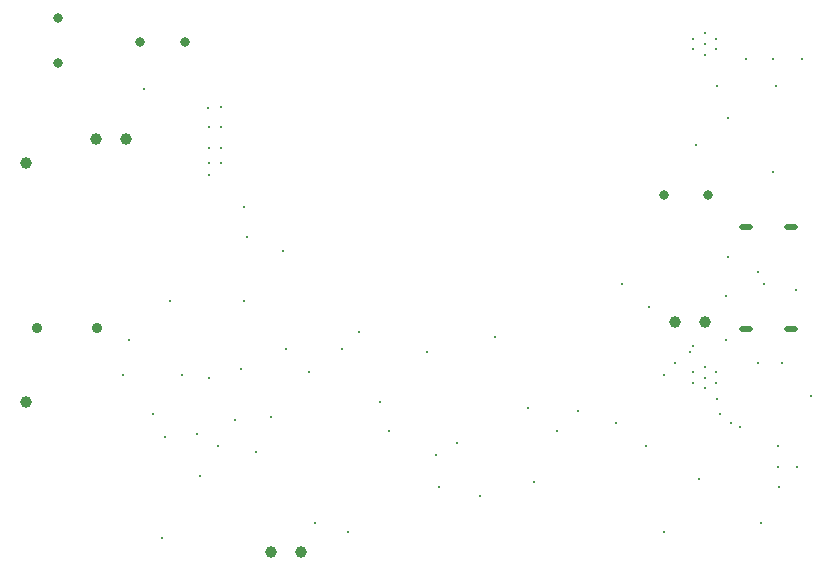
<source format=gbr>
%TF.GenerationSoftware,KiCad,Pcbnew,9.0.5*%
%TF.CreationDate,2025-10-24T12:46:37+03:00*%
%TF.ProjectId,40W SMPS,34305720-534d-4505-932e-6b696361645f,rev?*%
%TF.SameCoordinates,Original*%
%TF.FileFunction,Plated,1,2,PTH,Mixed*%
%TF.FilePolarity,Positive*%
%FSLAX46Y46*%
G04 Gerber Fmt 4.6, Leading zero omitted, Abs format (unit mm)*
G04 Created by KiCad (PCBNEW 9.0.5) date 2025-10-24 12:46:37*
%MOMM*%
%LPD*%
G01*
G04 APERTURE LIST*
%TA.AperFunction,ComponentDrill*%
%ADD10C,0.200000*%
%TD*%
%TA.AperFunction,ViaDrill*%
%ADD11C,0.300000*%
%TD*%
G04 aperture for slot hole*
%TA.AperFunction,ComponentDrill*%
%ADD12C,0.500000*%
%TD*%
%TA.AperFunction,ComponentDrill*%
%ADD13C,0.800000*%
%TD*%
%TA.AperFunction,ComponentDrill*%
%ADD14C,0.900000*%
%TD*%
%TA.AperFunction,ComponentDrill*%
%ADD15C,1.000000*%
%TD*%
G04 APERTURE END LIST*
D10*
%TO.C,Q2*%
X228250000Y-45500000D03*
X228250000Y-46405000D03*
%TO.C,Q4*%
X228275000Y-73745000D03*
X228275000Y-74650000D03*
%TO.C,Q2*%
X229225000Y-45047000D03*
X229225000Y-45952000D03*
X229225000Y-46857000D03*
%TO.C,Q4*%
X229250000Y-73293000D03*
X229250000Y-74198000D03*
X229250000Y-75103000D03*
%TO.C,Q2*%
X230200000Y-45500000D03*
X230200000Y-46405000D03*
%TO.C,Q4*%
X230225000Y-73745000D03*
X230225000Y-74650000D03*
%TD*%
D11*
X180000000Y-74000000D03*
X180500000Y-71000000D03*
X181750000Y-49750000D03*
X182500000Y-77250000D03*
X183250000Y-87750000D03*
X183530331Y-79219669D03*
X184000000Y-67750000D03*
X185000000Y-74000000D03*
X186250000Y-79000000D03*
X186500000Y-82500000D03*
X187140000Y-51360000D03*
X187250000Y-53000000D03*
X187250000Y-53000000D03*
X187250000Y-54750000D03*
X187250000Y-56000000D03*
X187250000Y-57000000D03*
X187250000Y-74250000D03*
X188000000Y-80000000D03*
X188250000Y-51250000D03*
X188250000Y-53000000D03*
X188250000Y-54750000D03*
X188250000Y-56000000D03*
X189500000Y-77750000D03*
X190000000Y-73500000D03*
X190250000Y-59750000D03*
X190250000Y-67750000D03*
X190500000Y-62250000D03*
X191250000Y-80500000D03*
X192500000Y-77500000D03*
X193500000Y-63500000D03*
X193750000Y-71750000D03*
X195720000Y-73750000D03*
X196250000Y-86500000D03*
X198500000Y-71750000D03*
X199000000Y-87250000D03*
X200000000Y-70350000D03*
X201750000Y-76250000D03*
X202500000Y-78750000D03*
X205750000Y-72000000D03*
X206500000Y-80750000D03*
X206750000Y-83500000D03*
X208250000Y-79750000D03*
X210250000Y-84250000D03*
X211500000Y-70750000D03*
X214250000Y-76750000D03*
X214750000Y-83000000D03*
X216750000Y-78750000D03*
X218500000Y-77000000D03*
X221750000Y-78000000D03*
X222250000Y-66250000D03*
X224250000Y-80000000D03*
X224500000Y-68250000D03*
X225750000Y-74000000D03*
X225750000Y-87250000D03*
X226750000Y-73000000D03*
X228000000Y-72000000D03*
X228250000Y-71500000D03*
X228500000Y-54500000D03*
X228750000Y-82750000D03*
X230250000Y-49500000D03*
X230250000Y-76000000D03*
X230500000Y-77250000D03*
X231000000Y-67250000D03*
X231000000Y-71000000D03*
X231250000Y-52250000D03*
X231250000Y-64000000D03*
X231500000Y-78000000D03*
X232230288Y-78401893D03*
X232750000Y-47250000D03*
X233750000Y-65250000D03*
X233750000Y-73000000D03*
X234000000Y-86500000D03*
X234250000Y-66250000D03*
X235000000Y-47250000D03*
X235000000Y-56750000D03*
X235250000Y-49500000D03*
X235470000Y-80000000D03*
X235470000Y-81750000D03*
X235500000Y-83500000D03*
X235750000Y-73000000D03*
X237000000Y-66750000D03*
X237030000Y-81750000D03*
X237500000Y-47250000D03*
X238250000Y-75750000D03*
D12*
%TO.C,J3*%
X233105000Y-61430000D02*
X232405000Y-61430000D01*
X233105000Y-70070000D02*
X232405000Y-70070000D01*
X236905000Y-61430000D02*
X236205000Y-61430000D01*
X236905000Y-70070000D02*
X236205000Y-70070000D01*
D13*
%TO.C,C3*%
X174500000Y-43750000D03*
X174500000Y-47550000D03*
%TO.C,C4*%
X181447349Y-45750000D03*
X185247349Y-45750000D03*
%TO.C,C23*%
X225752651Y-58750000D03*
X229552651Y-58750000D03*
D14*
%TO.C,F1*%
X172710000Y-70000000D03*
X177790000Y-70000000D03*
D15*
%TO.C,J2*%
X171750000Y-56000000D03*
%TO.C,J1*%
X171750000Y-76250000D03*
%TO.C,L1*%
X177725000Y-54000000D03*
X180265000Y-54000000D03*
%TO.C,TH1*%
X192475000Y-89000000D03*
X195015000Y-89000000D03*
%TO.C,L2*%
X226725000Y-69500000D03*
X229265000Y-69500000D03*
M02*

</source>
